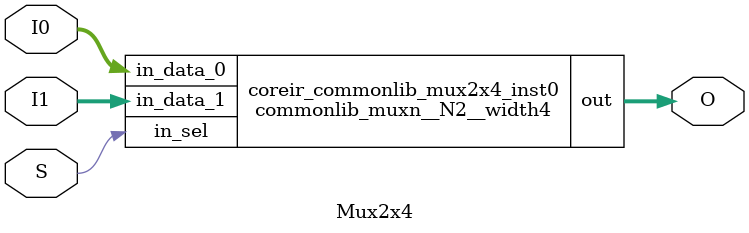
<source format=v>
module commonlib_muxn__N2__width4 (input [3:0] in_data_0, input [3:0] in_data_1, input [0:0] in_sel, output [3:0] out);
assign out = in_sel[0] ? in_data_1 : in_data_0;
endmodule

module Mux2x4 (input [3:0] I0, input [3:0] I1, input S, output [3:0] O);
commonlib_muxn__N2__width4 coreir_commonlib_mux2x4_inst0(.in_data_0(I0), .in_data_1(I1), .in_sel(S), .out(O));
endmodule


</source>
